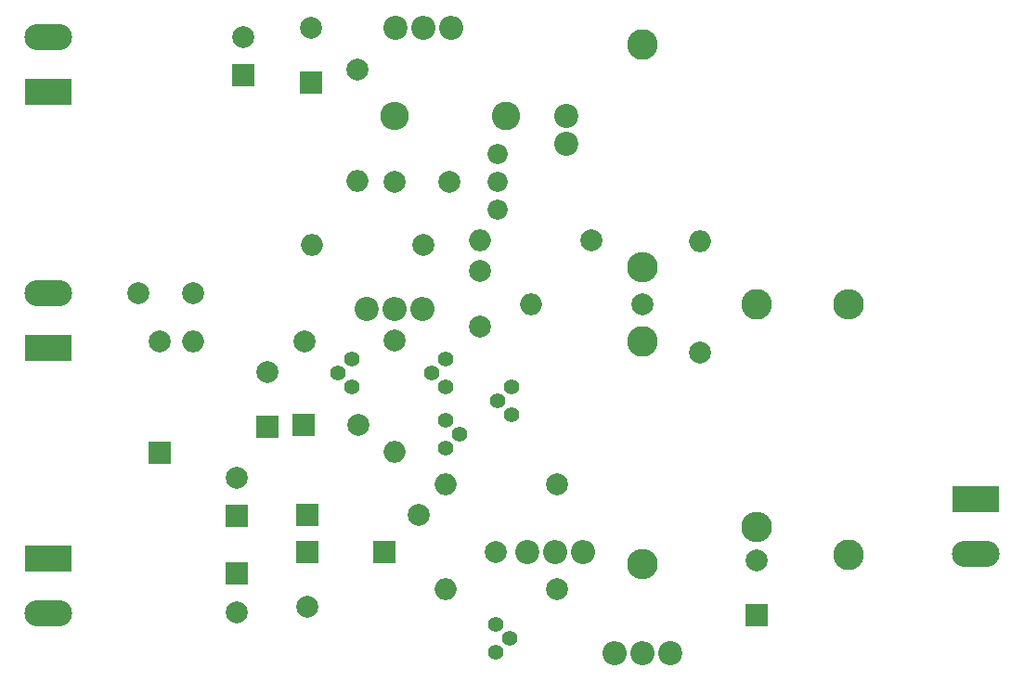
<source format=gbr>
G04 #@! TF.FileFunction,Soldermask,Top*
%FSLAX46Y46*%
G04 Gerber Fmt 4.6, Leading zero omitted, Abs format (unit mm)*
G04 Created by KiCad (PCBNEW 4.0.6) date 06/17/17 11:54:25*
%MOMM*%
%LPD*%
G01*
G04 APERTURE LIST*
%ADD10C,0.100000*%
%ADD11C,2.000000*%
%ADD12R,2.000000X2.000000*%
%ADD13C,2.600000*%
%ADD14O,2.600000X2.600000*%
%ADD15C,2.200000*%
%ADD16O,4.360000X2.380000*%
%ADD17R,4.360000X2.380000*%
%ADD18C,1.400000*%
%ADD19O,2.200000X2.200000*%
%ADD20O,2.000000X2.000000*%
%ADD21C,1.840000*%
%ADD22C,2.800000*%
%ADD23O,2.800000X2.800000*%
G04 APERTURE END LIST*
D10*
D11*
X95000000Y-88800000D03*
X90000000Y-88800000D03*
X101800000Y-96000000D03*
D12*
X101800000Y-101000000D03*
D11*
X99000000Y-105600000D03*
D12*
X99000000Y-109100000D03*
D11*
X110100800Y-100848400D03*
D12*
X105100800Y-100848400D03*
D11*
X121200000Y-91800000D03*
X121200000Y-86800000D03*
X113400000Y-78600000D03*
X118400000Y-78600000D03*
X99600000Y-65400000D03*
D12*
X99600000Y-68900000D03*
D11*
X105800000Y-64600000D03*
D12*
X105800000Y-69600000D03*
D11*
X146400000Y-113200000D03*
D12*
X146400000Y-118200000D03*
X99000000Y-114400000D03*
D11*
X99000000Y-117900000D03*
X105400000Y-117400000D03*
D12*
X105400000Y-112400000D03*
D13*
X123560000Y-72600000D03*
D14*
X113400000Y-72600000D03*
D15*
X129000000Y-75140000D03*
X129000000Y-72600000D03*
D16*
X81800000Y-88800000D03*
D17*
X81800000Y-93800000D03*
D16*
X166400000Y-112600000D03*
D17*
X166400000Y-107600000D03*
D16*
X81800000Y-65400000D03*
D17*
X81800000Y-70400000D03*
X81800000Y-113000000D03*
D16*
X81800000Y-118000000D03*
D18*
X108250400Y-96070000D03*
X109520400Y-94800000D03*
X109520400Y-97340000D03*
X116730000Y-96070000D03*
X118000000Y-94800000D03*
X118000000Y-97340000D03*
X119270000Y-101661200D03*
X118000000Y-102931200D03*
X118000000Y-100391200D03*
X122800000Y-98600000D03*
X124070000Y-97330000D03*
X124070000Y-99870000D03*
X123870000Y-120270000D03*
X122600000Y-121540000D03*
X122600000Y-119000000D03*
D15*
X125460000Y-112400000D03*
D19*
X128000000Y-112400000D03*
X130540000Y-112400000D03*
D15*
X110860000Y-90200000D03*
D19*
X113400000Y-90200000D03*
X115940000Y-90200000D03*
D15*
X113460000Y-64600000D03*
D19*
X116000000Y-64600000D03*
X118540000Y-64600000D03*
D15*
X138540000Y-121600000D03*
D19*
X136000000Y-121600000D03*
X133460000Y-121600000D03*
D11*
X92000000Y-93200000D03*
D12*
X92000000Y-103360000D03*
D11*
X105200000Y-93200000D03*
D20*
X95040000Y-93200000D03*
D11*
X115600000Y-109000000D03*
D12*
X105440000Y-109000000D03*
D11*
X116000000Y-84400000D03*
D20*
X105840000Y-84400000D03*
D11*
X128160000Y-106200000D03*
D20*
X118000000Y-106200000D03*
D11*
X113400000Y-93100000D03*
D20*
X113400000Y-103260000D03*
D11*
X122600000Y-112400000D03*
D12*
X112440000Y-112400000D03*
D11*
X136000000Y-89800000D03*
D20*
X125840000Y-89800000D03*
D11*
X131360000Y-84000000D03*
D20*
X121200000Y-84000000D03*
D21*
X122800000Y-81140000D03*
X122800000Y-78600000D03*
X122800000Y-76060000D03*
D11*
X128160000Y-115800000D03*
D20*
X118000000Y-115800000D03*
D11*
X110000000Y-68400000D03*
D20*
X110000000Y-78560000D03*
D11*
X141200000Y-94200000D03*
D20*
X141200000Y-84040000D03*
D22*
X136000000Y-66080000D03*
D23*
X136000000Y-86400000D03*
D22*
X136000000Y-93200000D03*
D23*
X136000000Y-113520000D03*
D22*
X146400000Y-89800000D03*
D23*
X146400000Y-110120000D03*
D22*
X154800000Y-112660000D03*
D23*
X154800000Y-89800000D03*
M02*

</source>
